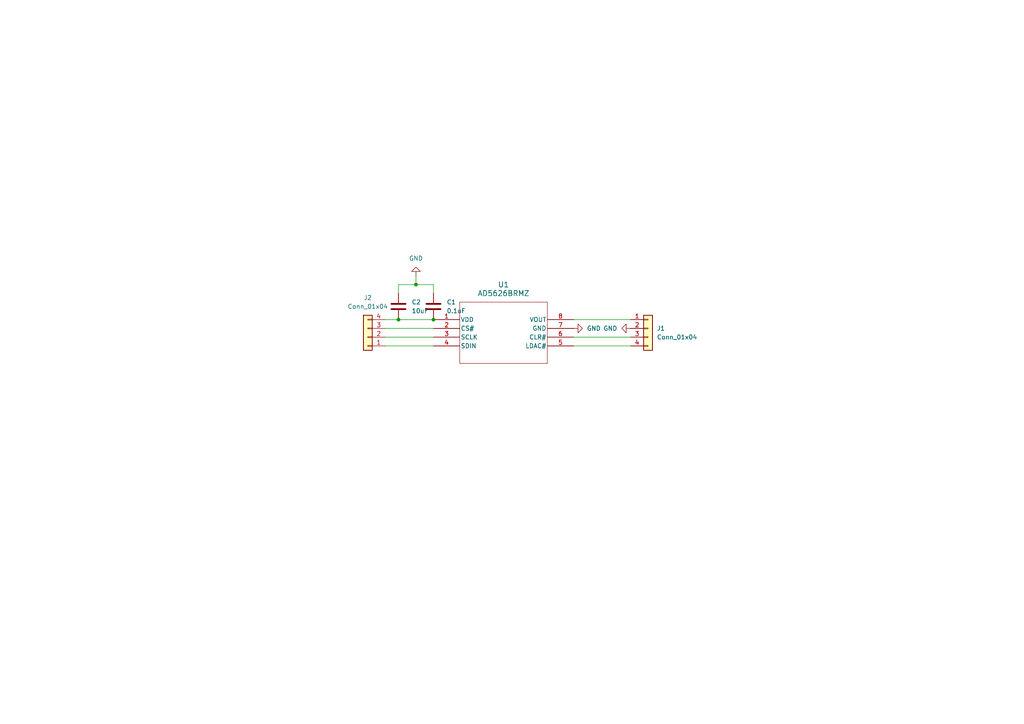
<source format=kicad_sch>
(kicad_sch (version 20250114) (generator "eeschema") (generator_version "9.0")
  (paper "A4")
  (lib_symbols
    (symbol "Connector_Generic:Conn_01x04" (pin_names (offset 1.016) (hide yes))
      (property "Reference" "J" (at 0 5.08 0))
      (property "Value" "Conn_01x04" (at 0 -7.62 0))
      (symbol "Conn_01x04_1_1"
        (rectangle (start -1.27 3.81) (end 1.27 -6.35) (stroke (width 0.254)) (fill (type background)))
        (rectangle (start -1.27 2.667) (end 0 2.413) (stroke (width 0.1524)))
        (rectangle (start -1.27 0.127) (end 0 -0.127) (stroke (width 0.1524)))
        (rectangle (start -1.27 -2.413) (end 0 -2.667) (stroke (width 0.1524)))
        (rectangle (start -1.27 -4.953) (end 0 -5.207) (stroke (width 0.1524)))
        (pin passive line (at -5.08 2.54 0) (length 3.81) (name "Pin_1") (number "1"))
        (pin passive line (at -5.08 0 0) (length 3.81) (name "Pin_2") (number "2"))
        (pin passive line (at -5.08 -2.54 0) (length 3.81) (name "Pin_3") (number "3"))
        (pin passive line (at -5.08 -5.08 0) (length 3.81) (name "Pin_4") (number "4"))
      )
    )
    (symbol "Device:C" (pin_numbers (hide yes)) (pin_names (offset 0.254))
      (property "Reference" "C" (at 0.635 2.54 0))
      (property "Value" "C" (at 0.635 -2.54 0))
      (symbol "C_0_1"
        (polyline (pts (xy -2.032 0.762) (xy 2.032 0.762)) (stroke (width 0.508)))
        (polyline (pts (xy -2.032 -0.762) (xy 2.032 -0.762)) (stroke (width 0.508)))
      )
      (symbol "C_1_1"
        (pin passive line (at 0 3.81 270) (length 2.794) (name "~") (number "1"))
        (pin passive line (at 0 -3.81 90) (length 2.794) (name "~") (number "2"))
      )
    )
    (symbol "power:GND" (power) (pin_numbers (hide yes)) (pin_names (offset 0) (hide yes))
      (property "Value" "GND" (at 0 -3.81 0))
      (symbol "GND_0_1"
        (polyline (pts (xy 0 0) (xy 0 -1.27) (xy 1.27 -1.27) (xy 0 -2.54) (xy -1.27 -1.27) (xy 0 -1.27)))
      )
      (symbol "GND_1_1"
        (pin power_in line (at 0 0 270) (length 0) (name "~") (number "1"))
      )
    )
    (symbol "wsg_lib:AD5626BRMZ" (pin_names (offset 0.254))
      (property "Reference" "U" (at 20.32 10.16 0))
      (property "Value" "AD5626BRMZ" (at 20.32 7.62 0))
      (symbol "AD5626BRMZ_0_1"
        (polyline (pts (xy 7.62 5.08) (xy 7.62 -12.7)) (stroke (width 0.127)))
        (polyline (pts (xy 7.62 -12.7) (xy 33.02 -12.7)) (stroke (width 0.127)))
        (polyline (pts (xy 33.02 5.08) (xy 7.62 5.08)) (stroke (width 0.127)))
        (polyline (pts (xy 33.02 -12.7) (xy 33.02 5.08)) (stroke (width 0.127)))
        (pin power_in line (at 0 0 0) (length 7.62) (name "VDD") (number "1"))
        (pin unspecified line (at 0 -2.54 0) (length 7.62) (name "CS#") (number "2"))
        (pin unspecified line (at 0 -5.08 0) (length 7.62) (name "SCLK") (number "3"))
        (pin unspecified line (at 0 -7.62 0) (length 7.62) (name "SDIN") (number "4"))
        (pin unspecified line (at 40.64 0 180) (length 7.62) (name "VOUT") (number "8"))
        (pin unspecified line (at 40.64 -2.54 180) (length 7.62) (name "GND") (number "7"))
        (pin unspecified line (at 40.64 -5.08 180) (length 7.62) (name "CLR#") (number "6"))
        (pin unspecified line (at 40.64 -7.62 180) (length 7.62) (name "LDAC#") (number "5"))
      )
    )
  )
  (junction (at 125.73 92.71))
  (junction (at 115.57 92.71))
  (junction (at 120.65 82.55))
  (wire (pts (xy 115.57 92.71) (xy 125.73 92.71)))
  (wire (pts (xy 111.76 95.25) (xy 125.73 95.25)))
  (wire (pts (xy 115.57 82.55) (xy 120.65 82.55)))
  (wire (pts (xy 111.76 100.33) (xy 125.73 100.33)))
  (wire (pts (xy 125.73 85.09) (xy 125.73 82.55)))
  (wire (pts (xy 166.37 97.79) (xy 182.88 97.79)))
  (wire (pts (xy 120.65 82.55) (xy 125.73 82.55)))
  (wire (pts (xy 111.76 97.79) (xy 125.73 97.79)))
  (wire (pts (xy 111.76 92.71) (xy 115.57 92.71)))
  (wire (pts (xy 166.37 100.33) (xy 182.88 100.33)))
  (wire (pts (xy 120.65 80.01) (xy 120.65 82.55)))
  (wire (pts (xy 166.37 92.71) (xy 182.88 92.71)))
  (wire (pts (xy 115.57 85.09) (xy 115.57 82.55)))
  (symbol (lib_id "Device:C") (at 125.73 88.9 180) (unit 1)
    (property "Reference" "C1" (at 129.54 87.6299 0) (effects (justify right)))
    (property "Value" "0.1uF" (at 129.54 90.1699 0) (effects (justify right)))
    (property "Footprint" "Capacitor_SMD:C_0402_1005Metric" (effects (hide yes)))
    (property "Description" "Unpolarized capacitor" (effects (hide yes)))
  )
  (symbol (lib_id "Device:C") (at 115.57 88.9 180) (unit 1)
    (property "Reference" "C2" (at 119.38 87.6299 0) (effects (justify right)))
    (property "Value" "10uF" (at 119.38 90.1699 0) (effects (justify right)))
    (property "Footprint" "Capacitor_SMD:C_0603_1608Metric" (effects (hide yes)))
    (property "Description" "Unpolarized capacitor" (effects (hide yes)))
  )
  (symbol (lib_id "Connector_Generic:Conn_01x04") (at 106.68 97.79 180) (unit 1)
    (property "Reference" "J2" (at 106.68 86.36 0))
    (property "Value" "Conn_01x04" (at 106.68 88.9 0))
    (property "Footprint" "Connector_PinHeader_2.54mm:PinHeader_1x04_P2.54mm_Vertical" (effects (hide yes)))
    (property "Description" "Generic connector, single row, 01x04, script generated (kicad-library-utils/schlib/autogen/connector/)" (effects (hide yes)))
  )
  (symbol (lib_id "power:GND") (at 120.65 80.01 180) (unit 1)
    (property "Reference" "#PWR01" (effects (hide yes)))
    (property "Value" "GND" (at 120.65 74.93 0))
    (property "Description" "Power symbol creates a global label with name \"GND\" , ground" (effects (hide yes)))
  )
  (symbol (lib_id "wsg_lib:AD5626BRMZ") (at 125.73 92.71 0) (unit 1)
    (property "Reference" "U1" (at 146.05 82.55 0) (effects (font (size 1.524 1.524))))
    (property "Value" "AD5626BRMZ" (at 146.05 85.09 0) (effects (font (size 1.524 1.524))))
    (property "Footprint" "footprints:RM_8_ADI" (effects (hide yes)))
    (property "Datasheet" "AD5626BRMZ" (effects (hide yes)))
  )
  (symbol (lib_id "Connector_Generic:Conn_01x04") (at 187.96 95.25 0) (unit 1)
    (property "Reference" "J1" (at 190.5 95.2499 0) (effects (justify left)))
    (property "Value" "Conn_01x04" (at 190.5 97.7899 0) (effects (justify left)))
    (property "Footprint" "Connector_PinHeader_2.54mm:PinHeader_1x04_P2.54mm_Vertical" (effects (hide yes)))
    (property "Description" "Generic connector, single row, 01x04, script generated (kicad-library-utils/schlib/autogen/connector/)" (effects (hide yes)))
  )
  (symbol (lib_id "power:GND") (at 166.37 95.25 90) (unit 1)
    (property "Reference" "#PWR02" (effects (hide yes)))
    (property "Value" "GND" (at 170.18 95.2499 90) (effects (justify right)))
    (property "Description" "Power symbol creates a global label with name \"GND\" , ground" (effects (hide yes)))
  )
  (symbol (lib_id "power:GND") (at 182.88 95.25 270) (unit 1)
    (property "Reference" "#PWR03" (effects (hide yes)))
    (property "Value" "GND" (at 179.07 95.2499 90) (effects (justify right)))
    (property "Description" "Power symbol creates a global label with name \"GND\" , ground" (effects (hide yes)))
  )
)
</source>
